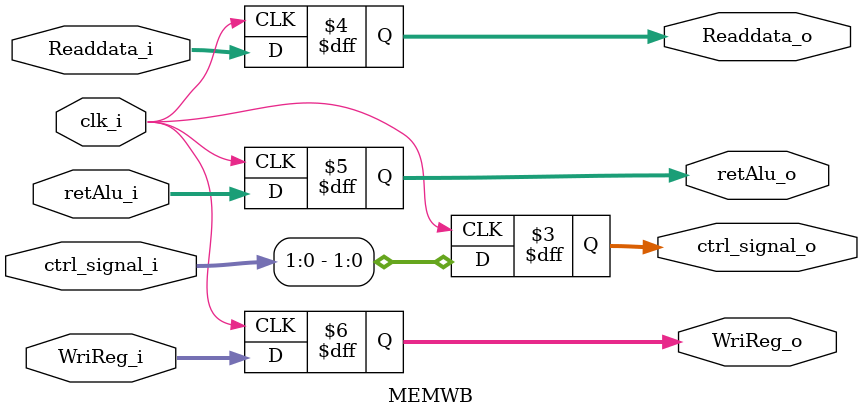
<source format=v>
module MEMWB( clk_i, ctrl_signal_i, Readdata_i, retAlu_i, WriReg_i, ctrl_signal_o, Readdata_o, retAlu_o, WriReg_o);
     
//I/O ports
input          clk_i;
input  [6:0] ctrl_signal_i;
input  [32-1:0] Readdata_i;
input  [32-1:0] retAlu_i;
input  [4:0] WriReg_i;


output reg  [1:0] ctrl_signal_o;
output reg  [32-1:0] Readdata_o;
output reg  [32-1:0] retAlu_o;
output reg  [4:0] WriReg_o;
//Main function
always @(posedge clk_i) begin
    ctrl_signal_o <=ctrl_signal_i[1:0];
	Readdata_o <= Readdata_i;
	retAlu_o <=retAlu_i;
	WriReg_o <=WriReg_i;
end
	
//Initial Memory Contents
initial begin
	ctrl_signal_o<=2'b0;
	Readdata_o<=32'b0;
	retAlu_o<=32'b0;
	WriReg_o <=5'b0;
end
endmodule

</source>
